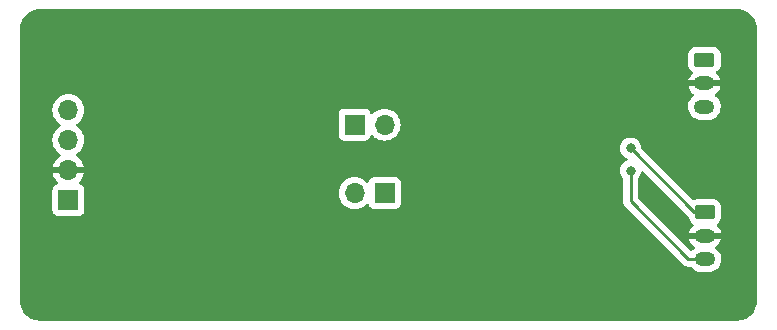
<source format=gbl>
G04 #@! TF.GenerationSoftware,KiCad,Pcbnew,7.0.9-1.fc39*
G04 #@! TF.CreationDate,2023-11-14T16:09:12+02:00*
G04 #@! TF.ProjectId,CAN_transceiver_module,43414e5f-7472-4616-9e73-636569766572,v1.0*
G04 #@! TF.SameCoordinates,Original*
G04 #@! TF.FileFunction,Copper,L2,Bot*
G04 #@! TF.FilePolarity,Positive*
%FSLAX46Y46*%
G04 Gerber Fmt 4.6, Leading zero omitted, Abs format (unit mm)*
G04 Created by KiCad (PCBNEW 7.0.9-1.fc39) date 2023-11-14 16:09:12*
%MOMM*%
%LPD*%
G01*
G04 APERTURE LIST*
G04 Aperture macros list*
%AMRoundRect*
0 Rectangle with rounded corners*
0 $1 Rounding radius*
0 $2 $3 $4 $5 $6 $7 $8 $9 X,Y pos of 4 corners*
0 Add a 4 corners polygon primitive as box body*
4,1,4,$2,$3,$4,$5,$6,$7,$8,$9,$2,$3,0*
0 Add four circle primitives for the rounded corners*
1,1,$1+$1,$2,$3*
1,1,$1+$1,$4,$5*
1,1,$1+$1,$6,$7*
1,1,$1+$1,$8,$9*
0 Add four rect primitives between the rounded corners*
20,1,$1+$1,$2,$3,$4,$5,0*
20,1,$1+$1,$4,$5,$6,$7,0*
20,1,$1+$1,$6,$7,$8,$9,0*
20,1,$1+$1,$8,$9,$2,$3,0*%
G04 Aperture macros list end*
G04 #@! TA.AperFunction,ComponentPad*
%ADD10R,1.700000X1.700000*%
G04 #@! TD*
G04 #@! TA.AperFunction,ComponentPad*
%ADD11O,1.700000X1.700000*%
G04 #@! TD*
G04 #@! TA.AperFunction,ComponentPad*
%ADD12RoundRect,0.250000X-0.625000X0.350000X-0.625000X-0.350000X0.625000X-0.350000X0.625000X0.350000X0*%
G04 #@! TD*
G04 #@! TA.AperFunction,ComponentPad*
%ADD13O,1.750000X1.200000*%
G04 #@! TD*
G04 #@! TA.AperFunction,ViaPad*
%ADD14C,0.800000*%
G04 #@! TD*
G04 #@! TA.AperFunction,Conductor*
%ADD15C,0.250000*%
G04 #@! TD*
G04 APERTURE END LIST*
D10*
X128175000Y-102900000D03*
D11*
X125635000Y-102900000D03*
X128165000Y-97100000D03*
D10*
X125625000Y-97100000D03*
D12*
X155250000Y-91600000D03*
D13*
X155250000Y-93600000D03*
X155250000Y-95600000D03*
D12*
X155300000Y-104500000D03*
D13*
X155300000Y-106500000D03*
X155300000Y-108500000D03*
D10*
X101400000Y-103500000D03*
D11*
X101400000Y-100960000D03*
X101400000Y-98420000D03*
X101400000Y-95880000D03*
D14*
X139600000Y-100000000D03*
X151400000Y-103800000D03*
X151400000Y-95900000D03*
X149000000Y-99100000D03*
X149000000Y-101000000D03*
D15*
X149000000Y-99100000D02*
X154400000Y-104500000D01*
X154400000Y-104500000D02*
X155300000Y-104500000D01*
X149000000Y-103600000D02*
X153900000Y-108500000D01*
X149000000Y-101000000D02*
X149000000Y-103600000D01*
X153900000Y-108500000D02*
X155300000Y-108500000D01*
G04 #@! TA.AperFunction,Conductor*
G36*
X150099744Y-101084335D02*
G01*
X153894340Y-104878931D01*
X153927825Y-104940254D01*
X153930017Y-104954010D01*
X153935001Y-105002797D01*
X153990186Y-105169334D01*
X154082288Y-105318656D01*
X154206344Y-105442712D01*
X154262141Y-105477127D01*
X154270191Y-105482093D01*
X154316916Y-105534041D01*
X154328139Y-105603003D01*
X154300295Y-105667086D01*
X154281750Y-105685100D01*
X154262461Y-105700269D01*
X154262459Y-105700271D01*
X154124894Y-105859030D01*
X154124885Y-105859041D01*
X154019855Y-106040960D01*
X154019852Y-106040967D01*
X153951144Y-106239482D01*
X153951144Y-106239484D01*
X153949632Y-106250000D01*
X155020440Y-106250000D01*
X154981722Y-106292059D01*
X154931449Y-106406670D01*
X154921114Y-106531395D01*
X154951837Y-106652719D01*
X155015394Y-106750000D01*
X153953742Y-106750000D01*
X153980770Y-106861409D01*
X154068040Y-107052507D01*
X154189889Y-107223619D01*
X154189895Y-107223625D01*
X154341932Y-107368592D01*
X154383357Y-107395214D01*
X154429112Y-107448018D01*
X154439056Y-107517177D01*
X154410031Y-107580732D01*
X154392970Y-107597000D01*
X154262118Y-107699904D01*
X154262114Y-107699907D01*
X154220449Y-107747990D01*
X154161670Y-107785763D01*
X154091800Y-107785761D01*
X154039057Y-107754466D01*
X149661819Y-103377228D01*
X149628334Y-103315905D01*
X149625500Y-103289547D01*
X149625500Y-101698687D01*
X149645185Y-101631648D01*
X149657350Y-101615715D01*
X149675891Y-101595122D01*
X149732533Y-101532216D01*
X149827179Y-101368284D01*
X149885674Y-101188256D01*
X149888743Y-101159052D01*
X149915326Y-101094441D01*
X149972623Y-101054456D01*
X150042442Y-101051795D01*
X150099744Y-101084335D01*
G37*
G04 #@! TD.AperFunction*
G04 #@! TA.AperFunction,Conductor*
G36*
X158002208Y-87300657D02*
G01*
X158233020Y-87317165D01*
X158250529Y-87319683D01*
X158470144Y-87367458D01*
X158487103Y-87372437D01*
X158697694Y-87450983D01*
X158713777Y-87458327D01*
X158911036Y-87566040D01*
X158925919Y-87575605D01*
X159105836Y-87710289D01*
X159119207Y-87721875D01*
X159278124Y-87880792D01*
X159289710Y-87894163D01*
X159424394Y-88074080D01*
X159433959Y-88088963D01*
X159541669Y-88286217D01*
X159549019Y-88302311D01*
X159627559Y-88512887D01*
X159632543Y-88529862D01*
X159680316Y-88749470D01*
X159682834Y-88766982D01*
X159699342Y-88997789D01*
X159699500Y-89002213D01*
X159699500Y-111997786D01*
X159699342Y-112002210D01*
X159682834Y-112233017D01*
X159680316Y-112250529D01*
X159632543Y-112470137D01*
X159627559Y-112487112D01*
X159549019Y-112697688D01*
X159541669Y-112713782D01*
X159433959Y-112911036D01*
X159424394Y-112925919D01*
X159289710Y-113105836D01*
X159278124Y-113119207D01*
X159119207Y-113278124D01*
X159105836Y-113289710D01*
X158925919Y-113424394D01*
X158911036Y-113433959D01*
X158713782Y-113541669D01*
X158697688Y-113549019D01*
X158487112Y-113627559D01*
X158470137Y-113632543D01*
X158250529Y-113680316D01*
X158233017Y-113682834D01*
X158019172Y-113698128D01*
X158002208Y-113699342D01*
X157997786Y-113699500D01*
X99002214Y-113699500D01*
X98997791Y-113699342D01*
X98979142Y-113698008D01*
X98766982Y-113682834D01*
X98749470Y-113680316D01*
X98529862Y-113632543D01*
X98512887Y-113627559D01*
X98302311Y-113549019D01*
X98286217Y-113541669D01*
X98088963Y-113433959D01*
X98074080Y-113424394D01*
X97894163Y-113289710D01*
X97880792Y-113278124D01*
X97721875Y-113119207D01*
X97710289Y-113105836D01*
X97575605Y-112925919D01*
X97566040Y-112911036D01*
X97458330Y-112713782D01*
X97450983Y-112697694D01*
X97372437Y-112487103D01*
X97367458Y-112470144D01*
X97319683Y-112250529D01*
X97317165Y-112233017D01*
X97300658Y-112002210D01*
X97300500Y-111997786D01*
X97300500Y-98420000D01*
X100044341Y-98420000D01*
X100064936Y-98655403D01*
X100064938Y-98655413D01*
X100126094Y-98883655D01*
X100126096Y-98883659D01*
X100126097Y-98883663D01*
X100217487Y-99079649D01*
X100225965Y-99097830D01*
X100225967Y-99097834D01*
X100361501Y-99291395D01*
X100361506Y-99291402D01*
X100528597Y-99458493D01*
X100528603Y-99458498D01*
X100714594Y-99588730D01*
X100758219Y-99643307D01*
X100765413Y-99712805D01*
X100733890Y-99775160D01*
X100714595Y-99791880D01*
X100528922Y-99921890D01*
X100528920Y-99921891D01*
X100361891Y-100088920D01*
X100361886Y-100088926D01*
X100226400Y-100282420D01*
X100226399Y-100282422D01*
X100126570Y-100496507D01*
X100126567Y-100496513D01*
X100069364Y-100709999D01*
X100069364Y-100710000D01*
X100966314Y-100710000D01*
X100940507Y-100750156D01*
X100900000Y-100888111D01*
X100900000Y-101031889D01*
X100940507Y-101169844D01*
X100966314Y-101210000D01*
X100069364Y-101210000D01*
X100126567Y-101423486D01*
X100126570Y-101423492D01*
X100226399Y-101637578D01*
X100361894Y-101831082D01*
X100483946Y-101953134D01*
X100517431Y-102014457D01*
X100512447Y-102084149D01*
X100470575Y-102140082D01*
X100439598Y-102156997D01*
X100307671Y-102206202D01*
X100307664Y-102206206D01*
X100192455Y-102292452D01*
X100192452Y-102292455D01*
X100106206Y-102407664D01*
X100106202Y-102407671D01*
X100055908Y-102542517D01*
X100049501Y-102602116D01*
X100049501Y-102602123D01*
X100049500Y-102602135D01*
X100049500Y-104397870D01*
X100049501Y-104397876D01*
X100055908Y-104457483D01*
X100106202Y-104592328D01*
X100106206Y-104592335D01*
X100192452Y-104707544D01*
X100192455Y-104707547D01*
X100307664Y-104793793D01*
X100307671Y-104793797D01*
X100442517Y-104844091D01*
X100442516Y-104844091D01*
X100449444Y-104844835D01*
X100502127Y-104850500D01*
X102297872Y-104850499D01*
X102357483Y-104844091D01*
X102492331Y-104793796D01*
X102607546Y-104707546D01*
X102693796Y-104592331D01*
X102744091Y-104457483D01*
X102750500Y-104397873D01*
X102750499Y-102900000D01*
X124279341Y-102900000D01*
X124299936Y-103135403D01*
X124299938Y-103135413D01*
X124361094Y-103363655D01*
X124361096Y-103363659D01*
X124361097Y-103363663D01*
X124382705Y-103410001D01*
X124460965Y-103577830D01*
X124460967Y-103577834D01*
X124512934Y-103652050D01*
X124596505Y-103771401D01*
X124763599Y-103938495D01*
X124860384Y-104006265D01*
X124957165Y-104074032D01*
X124957167Y-104074033D01*
X124957170Y-104074035D01*
X125171337Y-104173903D01*
X125399592Y-104235063D01*
X125576034Y-104250500D01*
X125634999Y-104255659D01*
X125635000Y-104255659D01*
X125635001Y-104255659D01*
X125693966Y-104250500D01*
X125870408Y-104235063D01*
X126098663Y-104173903D01*
X126312830Y-104074035D01*
X126506401Y-103938495D01*
X126628329Y-103816566D01*
X126689648Y-103783084D01*
X126759340Y-103788068D01*
X126815274Y-103829939D01*
X126832189Y-103860917D01*
X126881202Y-103992328D01*
X126881206Y-103992335D01*
X126967452Y-104107544D01*
X126967455Y-104107547D01*
X127082664Y-104193793D01*
X127082671Y-104193797D01*
X127217517Y-104244091D01*
X127217516Y-104244091D01*
X127224444Y-104244835D01*
X127277127Y-104250500D01*
X129072872Y-104250499D01*
X129132483Y-104244091D01*
X129267331Y-104193796D01*
X129382546Y-104107546D01*
X129468796Y-103992331D01*
X129519091Y-103857483D01*
X129525500Y-103797873D01*
X129525499Y-102002128D01*
X129519091Y-101942517D01*
X129517810Y-101939083D01*
X129468797Y-101807671D01*
X129468793Y-101807664D01*
X129382547Y-101692455D01*
X129382544Y-101692452D01*
X129267335Y-101606206D01*
X129267328Y-101606202D01*
X129132482Y-101555908D01*
X129132483Y-101555908D01*
X129072883Y-101549501D01*
X129072881Y-101549500D01*
X129072873Y-101549500D01*
X129072864Y-101549500D01*
X127277129Y-101549500D01*
X127277123Y-101549501D01*
X127217516Y-101555908D01*
X127082671Y-101606202D01*
X127082664Y-101606206D01*
X126967455Y-101692452D01*
X126967452Y-101692455D01*
X126881206Y-101807664D01*
X126881203Y-101807669D01*
X126832189Y-101939083D01*
X126790317Y-101995016D01*
X126724853Y-102019433D01*
X126656580Y-102004581D01*
X126628326Y-101983430D01*
X126506402Y-101861506D01*
X126506395Y-101861501D01*
X126312834Y-101725967D01*
X126312830Y-101725965D01*
X126254332Y-101698687D01*
X126098663Y-101626097D01*
X126098659Y-101626096D01*
X126098655Y-101626094D01*
X125870413Y-101564938D01*
X125870403Y-101564936D01*
X125635001Y-101544341D01*
X125634999Y-101544341D01*
X125399596Y-101564936D01*
X125399586Y-101564938D01*
X125171344Y-101626094D01*
X125171335Y-101626098D01*
X124957171Y-101725964D01*
X124957169Y-101725965D01*
X124763597Y-101861505D01*
X124596505Y-102028597D01*
X124460965Y-102222169D01*
X124460964Y-102222171D01*
X124361098Y-102436335D01*
X124361094Y-102436344D01*
X124299938Y-102664586D01*
X124299936Y-102664596D01*
X124279341Y-102899999D01*
X124279341Y-102900000D01*
X102750499Y-102900000D01*
X102750499Y-102602128D01*
X102744091Y-102542517D01*
X102704488Y-102436337D01*
X102693797Y-102407671D01*
X102693793Y-102407664D01*
X102607547Y-102292455D01*
X102607544Y-102292452D01*
X102492335Y-102206206D01*
X102492328Y-102206202D01*
X102360401Y-102156997D01*
X102304467Y-102115126D01*
X102280050Y-102049662D01*
X102294902Y-101981389D01*
X102316053Y-101953133D01*
X102438108Y-101831078D01*
X102573600Y-101637578D01*
X102673429Y-101423492D01*
X102673432Y-101423486D01*
X102730636Y-101210000D01*
X101833686Y-101210000D01*
X101859493Y-101169844D01*
X101900000Y-101031889D01*
X101900000Y-101000000D01*
X148094540Y-101000000D01*
X148114326Y-101188256D01*
X148114327Y-101188259D01*
X148172818Y-101368277D01*
X148172821Y-101368284D01*
X148267467Y-101532216D01*
X148310772Y-101580310D01*
X148342650Y-101615715D01*
X148372880Y-101678706D01*
X148374500Y-101698687D01*
X148374500Y-103517255D01*
X148372775Y-103532872D01*
X148373061Y-103532899D01*
X148372326Y-103540665D01*
X148374500Y-103609814D01*
X148374500Y-103639343D01*
X148374501Y-103639360D01*
X148375368Y-103646231D01*
X148375826Y-103652050D01*
X148377290Y-103698624D01*
X148377291Y-103698627D01*
X148382880Y-103717867D01*
X148386824Y-103736911D01*
X148389336Y-103756792D01*
X148401719Y-103788068D01*
X148406490Y-103800119D01*
X148408382Y-103805647D01*
X148415650Y-103830663D01*
X148421382Y-103850390D01*
X148427607Y-103860917D01*
X148431580Y-103867634D01*
X148440138Y-103885103D01*
X148447514Y-103903732D01*
X148474898Y-103941423D01*
X148478106Y-103946307D01*
X148501827Y-103986416D01*
X148501833Y-103986424D01*
X148515990Y-104000580D01*
X148528628Y-104015376D01*
X148540405Y-104031586D01*
X148540406Y-104031587D01*
X148576309Y-104061288D01*
X148580620Y-104065210D01*
X152215313Y-107699904D01*
X153399197Y-108883788D01*
X153409022Y-108896051D01*
X153409243Y-108895869D01*
X153414214Y-108901878D01*
X153440217Y-108926295D01*
X153464635Y-108949226D01*
X153485529Y-108970120D01*
X153491011Y-108974373D01*
X153495443Y-108978157D01*
X153529418Y-109010062D01*
X153546976Y-109019714D01*
X153563235Y-109030395D01*
X153579064Y-109042673D01*
X153621838Y-109061182D01*
X153627056Y-109063738D01*
X153667908Y-109086197D01*
X153687316Y-109091180D01*
X153705717Y-109097480D01*
X153724104Y-109105437D01*
X153767488Y-109112308D01*
X153770119Y-109112725D01*
X153775839Y-109113909D01*
X153820981Y-109125500D01*
X153841016Y-109125500D01*
X153860414Y-109127026D01*
X153880194Y-109130159D01*
X153880195Y-109130160D01*
X153880195Y-109130159D01*
X153880196Y-109130160D01*
X153926584Y-109125775D01*
X153932422Y-109125500D01*
X154055480Y-109125500D01*
X154122519Y-109145185D01*
X154156487Y-109177573D01*
X154189509Y-109223947D01*
X154189520Y-109223959D01*
X154341620Y-109368985D01*
X154436578Y-109430011D01*
X154518428Y-109482613D01*
X154713543Y-109560725D01*
X154816729Y-109580612D01*
X154919914Y-109600500D01*
X154919915Y-109600500D01*
X155627419Y-109600500D01*
X155627425Y-109600500D01*
X155784218Y-109585528D01*
X155985875Y-109526316D01*
X156172682Y-109430011D01*
X156337886Y-109300092D01*
X156475519Y-109141256D01*
X156481926Y-109130160D01*
X156580601Y-108959249D01*
X156580600Y-108959249D01*
X156580604Y-108959244D01*
X156649344Y-108760633D01*
X156679254Y-108552602D01*
X156669254Y-108342670D01*
X156619704Y-108138424D01*
X156619701Y-108138417D01*
X156532401Y-107947256D01*
X156532398Y-107947251D01*
X156532397Y-107947250D01*
X156532396Y-107947247D01*
X156410486Y-107776048D01*
X156410484Y-107776046D01*
X156410479Y-107776040D01*
X156258379Y-107631014D01*
X156216612Y-107604172D01*
X156170857Y-107551368D01*
X156160914Y-107482210D01*
X156189939Y-107418654D01*
X156207000Y-107402386D01*
X156337542Y-107299726D01*
X156475105Y-107140969D01*
X156475114Y-107140958D01*
X156580144Y-106959039D01*
X156580147Y-106959032D01*
X156648855Y-106760517D01*
X156648855Y-106760515D01*
X156650368Y-106750000D01*
X155579560Y-106750000D01*
X155618278Y-106707941D01*
X155668551Y-106593330D01*
X155678886Y-106468605D01*
X155648163Y-106347281D01*
X155584606Y-106250000D01*
X156646257Y-106250000D01*
X156619229Y-106138590D01*
X156531959Y-105947492D01*
X156410110Y-105776380D01*
X156410099Y-105776368D01*
X156307478Y-105678520D01*
X156272542Y-105618012D01*
X156275867Y-105548221D01*
X156316395Y-105491307D01*
X156327935Y-105483248D01*
X156393656Y-105442712D01*
X156517712Y-105318656D01*
X156609814Y-105169334D01*
X156664999Y-105002797D01*
X156675500Y-104900009D01*
X156675499Y-104099992D01*
X156672847Y-104074035D01*
X156664999Y-103997203D01*
X156664998Y-103997200D01*
X156661426Y-103986420D01*
X156609814Y-103830666D01*
X156517712Y-103681344D01*
X156393656Y-103557288D01*
X156244334Y-103465186D01*
X156077797Y-103410001D01*
X156077795Y-103410000D01*
X155975010Y-103399500D01*
X154624998Y-103399500D01*
X154624981Y-103399501D01*
X154522203Y-103410000D01*
X154522200Y-103410001D01*
X154421025Y-103443528D01*
X154355666Y-103465186D01*
X154355664Y-103465186D01*
X154348811Y-103467458D01*
X154347830Y-103464499D01*
X154292136Y-103472529D01*
X154228570Y-103443528D01*
X154222056Y-103437465D01*
X149938960Y-99154369D01*
X149905475Y-99093046D01*
X149903323Y-99079668D01*
X149885674Y-98911744D01*
X149827179Y-98731716D01*
X149732533Y-98567784D01*
X149605871Y-98427112D01*
X149605870Y-98427111D01*
X149452734Y-98315851D01*
X149452729Y-98315848D01*
X149279807Y-98238857D01*
X149279802Y-98238855D01*
X149134001Y-98207865D01*
X149094646Y-98199500D01*
X148905354Y-98199500D01*
X148872897Y-98206398D01*
X148720197Y-98238855D01*
X148720192Y-98238857D01*
X148547270Y-98315848D01*
X148547265Y-98315851D01*
X148394129Y-98427111D01*
X148267466Y-98567785D01*
X148172821Y-98731715D01*
X148172818Y-98731722D01*
X148114327Y-98911740D01*
X148114326Y-98911744D01*
X148094540Y-99100000D01*
X148114326Y-99288256D01*
X148114327Y-99288259D01*
X148172818Y-99468277D01*
X148172821Y-99468284D01*
X148267467Y-99632216D01*
X148340030Y-99712805D01*
X148394129Y-99772888D01*
X148547265Y-99884148D01*
X148547267Y-99884149D01*
X148547270Y-99884151D01*
X148627163Y-99919722D01*
X148665342Y-99936721D01*
X148718578Y-99981972D01*
X148738899Y-100048821D01*
X148719853Y-100116044D01*
X148667487Y-100162299D01*
X148665342Y-100163279D01*
X148547267Y-100215850D01*
X148547265Y-100215851D01*
X148394129Y-100327111D01*
X148267466Y-100467785D01*
X148172821Y-100631715D01*
X148172818Y-100631722D01*
X148134337Y-100750156D01*
X148114326Y-100811744D01*
X148094540Y-101000000D01*
X101900000Y-101000000D01*
X101900000Y-100888111D01*
X101859493Y-100750156D01*
X101833686Y-100710000D01*
X102730636Y-100710000D01*
X102730635Y-100709999D01*
X102673432Y-100496513D01*
X102673429Y-100496507D01*
X102573600Y-100282422D01*
X102573599Y-100282420D01*
X102438113Y-100088926D01*
X102438108Y-100088920D01*
X102271078Y-99921890D01*
X102085405Y-99791879D01*
X102041780Y-99737302D01*
X102034588Y-99667804D01*
X102066110Y-99605449D01*
X102085406Y-99588730D01*
X102271401Y-99458495D01*
X102438495Y-99291401D01*
X102574035Y-99097830D01*
X102673903Y-98883663D01*
X102735063Y-98655408D01*
X102755659Y-98420000D01*
X102753366Y-98393797D01*
X102742888Y-98274032D01*
X102735063Y-98184592D01*
X102685032Y-97997870D01*
X124274500Y-97997870D01*
X124274501Y-97997876D01*
X124280908Y-98057483D01*
X124331202Y-98192328D01*
X124331206Y-98192335D01*
X124417452Y-98307544D01*
X124417455Y-98307547D01*
X124532664Y-98393793D01*
X124532671Y-98393797D01*
X124667517Y-98444091D01*
X124667516Y-98444091D01*
X124674444Y-98444835D01*
X124727127Y-98450500D01*
X126522872Y-98450499D01*
X126582483Y-98444091D01*
X126717331Y-98393796D01*
X126832546Y-98307546D01*
X126918796Y-98192331D01*
X126967810Y-98060916D01*
X127009681Y-98004984D01*
X127075145Y-97980566D01*
X127143418Y-97995417D01*
X127171673Y-98016569D01*
X127293599Y-98138495D01*
X127380723Y-98199500D01*
X127487165Y-98274032D01*
X127487167Y-98274033D01*
X127487170Y-98274035D01*
X127701337Y-98373903D01*
X127929592Y-98435063D01*
X128106034Y-98450500D01*
X128164999Y-98455659D01*
X128165000Y-98455659D01*
X128165001Y-98455659D01*
X128223966Y-98450500D01*
X128400408Y-98435063D01*
X128628663Y-98373903D01*
X128842830Y-98274035D01*
X129036401Y-98138495D01*
X129203495Y-97971401D01*
X129339035Y-97777830D01*
X129438903Y-97563663D01*
X129500063Y-97335408D01*
X129520659Y-97100000D01*
X129500063Y-96864592D01*
X129438903Y-96636337D01*
X129339035Y-96422171D01*
X129323576Y-96400092D01*
X129203494Y-96228597D01*
X129036402Y-96061506D01*
X129036395Y-96061501D01*
X128842834Y-95925967D01*
X128842830Y-95925965D01*
X128842828Y-95925964D01*
X128628663Y-95826097D01*
X128628659Y-95826096D01*
X128628655Y-95826094D01*
X128400413Y-95764938D01*
X128400403Y-95764936D01*
X128165001Y-95744341D01*
X128164999Y-95744341D01*
X127929596Y-95764936D01*
X127929586Y-95764938D01*
X127701344Y-95826094D01*
X127701335Y-95826098D01*
X127487171Y-95925964D01*
X127487169Y-95925965D01*
X127293600Y-96061503D01*
X127171673Y-96183430D01*
X127110350Y-96216914D01*
X127040658Y-96211930D01*
X126984725Y-96170058D01*
X126967810Y-96139081D01*
X126918797Y-96007671D01*
X126918793Y-96007664D01*
X126832547Y-95892455D01*
X126832544Y-95892452D01*
X126717335Y-95806206D01*
X126717328Y-95806202D01*
X126582482Y-95755908D01*
X126582483Y-95755908D01*
X126522883Y-95749501D01*
X126522881Y-95749500D01*
X126522873Y-95749500D01*
X126522864Y-95749500D01*
X124727129Y-95749500D01*
X124727123Y-95749501D01*
X124667516Y-95755908D01*
X124532671Y-95806202D01*
X124532664Y-95806206D01*
X124417455Y-95892452D01*
X124417452Y-95892455D01*
X124331206Y-96007664D01*
X124331202Y-96007671D01*
X124280908Y-96142517D01*
X124274501Y-96202116D01*
X124274500Y-96202135D01*
X124274500Y-97997870D01*
X102685032Y-97997870D01*
X102673903Y-97956337D01*
X102574035Y-97742171D01*
X102449038Y-97563655D01*
X102438494Y-97548597D01*
X102271402Y-97381506D01*
X102271396Y-97381501D01*
X102085842Y-97251575D01*
X102042217Y-97196998D01*
X102035023Y-97127500D01*
X102066546Y-97065145D01*
X102085842Y-97048425D01*
X102108026Y-97032891D01*
X102271401Y-96918495D01*
X102438495Y-96751401D01*
X102574035Y-96557830D01*
X102673903Y-96343663D01*
X102735063Y-96115408D01*
X102755659Y-95880000D01*
X102735063Y-95644592D01*
X102709021Y-95547401D01*
X153870746Y-95547401D01*
X153880745Y-95757327D01*
X153930296Y-95961578D01*
X153930298Y-95961582D01*
X154017598Y-96152743D01*
X154017601Y-96152748D01*
X154017602Y-96152750D01*
X154017604Y-96152753D01*
X154080627Y-96241256D01*
X154139515Y-96323953D01*
X154139520Y-96323959D01*
X154291620Y-96468985D01*
X154386578Y-96530011D01*
X154468428Y-96582613D01*
X154663543Y-96660725D01*
X154766729Y-96680612D01*
X154869914Y-96700500D01*
X154869915Y-96700500D01*
X155577419Y-96700500D01*
X155577425Y-96700500D01*
X155734218Y-96685528D01*
X155935875Y-96626316D01*
X156122682Y-96530011D01*
X156287886Y-96400092D01*
X156425519Y-96241256D01*
X156442451Y-96211930D01*
X156529298Y-96061506D01*
X156530604Y-96059244D01*
X156599344Y-95860633D01*
X156629254Y-95652602D01*
X156619254Y-95442670D01*
X156569704Y-95238424D01*
X156553147Y-95202169D01*
X156482401Y-95047256D01*
X156482398Y-95047251D01*
X156482397Y-95047250D01*
X156482396Y-95047247D01*
X156360486Y-94876048D01*
X156360484Y-94876046D01*
X156360479Y-94876040D01*
X156208379Y-94731014D01*
X156166612Y-94704172D01*
X156120857Y-94651368D01*
X156110914Y-94582210D01*
X156139939Y-94518654D01*
X156157000Y-94502386D01*
X156287542Y-94399726D01*
X156425105Y-94240969D01*
X156425114Y-94240958D01*
X156530144Y-94059039D01*
X156530147Y-94059032D01*
X156598855Y-93860517D01*
X156598855Y-93860515D01*
X156600368Y-93850000D01*
X155529560Y-93850000D01*
X155568278Y-93807941D01*
X155618551Y-93693330D01*
X155628886Y-93568605D01*
X155598163Y-93447281D01*
X155534606Y-93350000D01*
X156596257Y-93350000D01*
X156569229Y-93238590D01*
X156481959Y-93047492D01*
X156360110Y-92876380D01*
X156360099Y-92876368D01*
X156257478Y-92778520D01*
X156222542Y-92718012D01*
X156225867Y-92648221D01*
X156266395Y-92591307D01*
X156277935Y-92583248D01*
X156343656Y-92542712D01*
X156467712Y-92418656D01*
X156559814Y-92269334D01*
X156614999Y-92102797D01*
X156625500Y-92000009D01*
X156625499Y-91199992D01*
X156614999Y-91097203D01*
X156559814Y-90930666D01*
X156467712Y-90781344D01*
X156343656Y-90657288D01*
X156194334Y-90565186D01*
X156027797Y-90510001D01*
X156027795Y-90510000D01*
X155925010Y-90499500D01*
X154574998Y-90499500D01*
X154574981Y-90499501D01*
X154472203Y-90510000D01*
X154472200Y-90510001D01*
X154305668Y-90565185D01*
X154305663Y-90565187D01*
X154156342Y-90657289D01*
X154032289Y-90781342D01*
X153940187Y-90930663D01*
X153940186Y-90930666D01*
X153885001Y-91097203D01*
X153885001Y-91097204D01*
X153885000Y-91097204D01*
X153874500Y-91199983D01*
X153874500Y-92000001D01*
X153874501Y-92000019D01*
X153885000Y-92102796D01*
X153885001Y-92102799D01*
X153940185Y-92269331D01*
X153940186Y-92269334D01*
X154032288Y-92418656D01*
X154156344Y-92542712D01*
X154212141Y-92577127D01*
X154220191Y-92582093D01*
X154266916Y-92634041D01*
X154278139Y-92703003D01*
X154250295Y-92767086D01*
X154231750Y-92785100D01*
X154212461Y-92800269D01*
X154212459Y-92800271D01*
X154074894Y-92959030D01*
X154074885Y-92959041D01*
X153969855Y-93140960D01*
X153969852Y-93140967D01*
X153901144Y-93339482D01*
X153901144Y-93339484D01*
X153899632Y-93350000D01*
X154970440Y-93350000D01*
X154931722Y-93392059D01*
X154881449Y-93506670D01*
X154871114Y-93631395D01*
X154901837Y-93752719D01*
X154965394Y-93850000D01*
X153903742Y-93850000D01*
X153930770Y-93961409D01*
X154018040Y-94152507D01*
X154139889Y-94323619D01*
X154139895Y-94323625D01*
X154291932Y-94468592D01*
X154333357Y-94495214D01*
X154379112Y-94548018D01*
X154389056Y-94617177D01*
X154360031Y-94680732D01*
X154342970Y-94697000D01*
X154212116Y-94799905D01*
X154212112Y-94799909D01*
X154074478Y-94958746D01*
X153969398Y-95140750D01*
X153900656Y-95339365D01*
X153900656Y-95339367D01*
X153885804Y-95442670D01*
X153870746Y-95547401D01*
X102709021Y-95547401D01*
X102673903Y-95416337D01*
X102574035Y-95202171D01*
X102465560Y-95047251D01*
X102438494Y-95008597D01*
X102271402Y-94841506D01*
X102271395Y-94841501D01*
X102077834Y-94705967D01*
X102077830Y-94705965D01*
X102073985Y-94704172D01*
X101863663Y-94606097D01*
X101863659Y-94606096D01*
X101863655Y-94606094D01*
X101635413Y-94544938D01*
X101635403Y-94544936D01*
X101400001Y-94524341D01*
X101399999Y-94524341D01*
X101164596Y-94544936D01*
X101164586Y-94544938D01*
X100936344Y-94606094D01*
X100936335Y-94606098D01*
X100722171Y-94705964D01*
X100722169Y-94705965D01*
X100528597Y-94841505D01*
X100361505Y-95008597D01*
X100225965Y-95202169D01*
X100225964Y-95202171D01*
X100126098Y-95416335D01*
X100126094Y-95416344D01*
X100064938Y-95644586D01*
X100064936Y-95644596D01*
X100044341Y-95879999D01*
X100044341Y-95880000D01*
X100064936Y-96115403D01*
X100064938Y-96115413D01*
X100126094Y-96343655D01*
X100126096Y-96343659D01*
X100126097Y-96343663D01*
X100162705Y-96422169D01*
X100225965Y-96557830D01*
X100225967Y-96557834D01*
X100361501Y-96751395D01*
X100361506Y-96751402D01*
X100528597Y-96918493D01*
X100528603Y-96918498D01*
X100714158Y-97048425D01*
X100757783Y-97103002D01*
X100764977Y-97172500D01*
X100733454Y-97234855D01*
X100714158Y-97251575D01*
X100528597Y-97381505D01*
X100361505Y-97548597D01*
X100225965Y-97742169D01*
X100225964Y-97742171D01*
X100126098Y-97956335D01*
X100126094Y-97956344D01*
X100064938Y-98184586D01*
X100064936Y-98184596D01*
X100044341Y-98419999D01*
X100044341Y-98420000D01*
X97300500Y-98420000D01*
X97300500Y-89002213D01*
X97300658Y-88997789D01*
X97317165Y-88766982D01*
X97319683Y-88749470D01*
X97367459Y-88529851D01*
X97372436Y-88512900D01*
X97450985Y-88302299D01*
X97458325Y-88286227D01*
X97566044Y-88088956D01*
X97575600Y-88074086D01*
X97710294Y-87894156D01*
X97721868Y-87880799D01*
X97880799Y-87721868D01*
X97894156Y-87710294D01*
X98074086Y-87575600D01*
X98088956Y-87566044D01*
X98286227Y-87458325D01*
X98302299Y-87450985D01*
X98512900Y-87372436D01*
X98529851Y-87367459D01*
X98749472Y-87319682D01*
X98766977Y-87317165D01*
X98997791Y-87300657D01*
X99002214Y-87300500D01*
X99047595Y-87300500D01*
X157952405Y-87300500D01*
X157997786Y-87300500D01*
X158002208Y-87300657D01*
G37*
G04 #@! TD.AperFunction*
M02*

</source>
